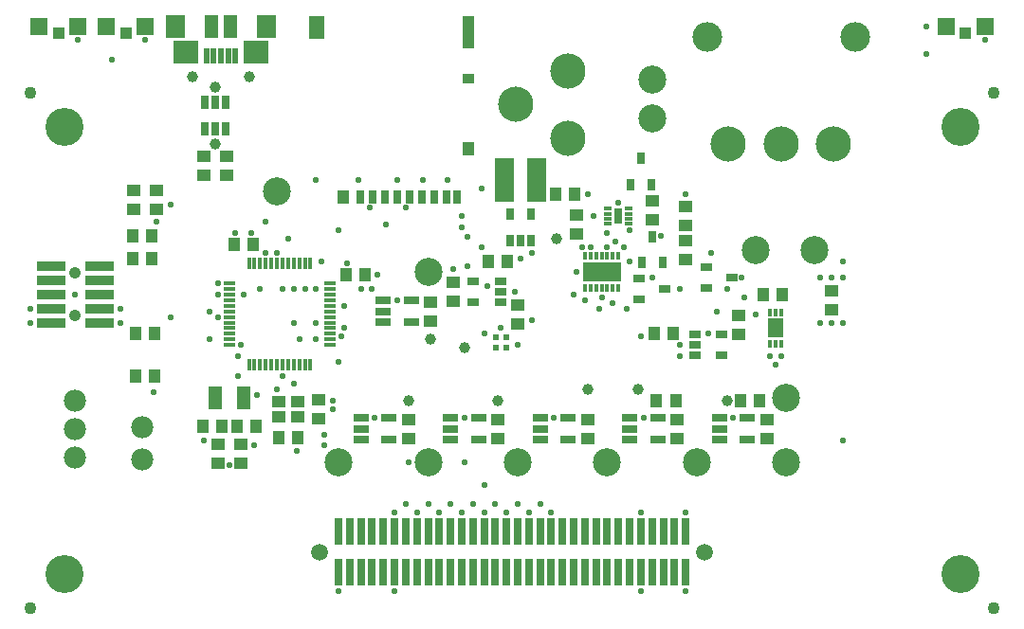
<source format=gts>
G75*
G70*
%OFA0B0*%
%FSLAX24Y24*%
%IPPOS*%
%LPD*%
%AMOC8*
5,1,8,0,0,1.08239X$1,22.5*
%
%ADD10R,0.0552X0.0257*%
%ADD11R,0.0119X0.0434*%
%ADD12R,0.0434X0.0119*%
%ADD13R,0.0473X0.0434*%
%ADD14R,0.0434X0.0473*%
%ADD15R,0.0631X0.0631*%
%ADD16R,0.0394X0.0394*%
%ADD17C,0.0780*%
%ADD18R,0.0473X0.0788*%
%ADD19R,0.0512X0.0434*%
%ADD20C,0.0985*%
%ADD21R,0.0197X0.0571*%
%ADD22R,0.0670X0.0788*%
%ADD23R,0.0867X0.0827*%
%ADD24R,0.0512X0.0788*%
%ADD25R,0.0316X0.0512*%
%ADD26R,0.0434X0.0512*%
%ADD27R,0.0434X0.0355*%
%ADD28R,0.0434X0.1142*%
%ADD29R,0.0552X0.0788*%
%ADD30C,0.0591*%
%ADD31R,0.0276X0.0946*%
%ADD32R,0.0316X0.0138*%
%ADD33R,0.0292X0.0579*%
%ADD34R,0.0138X0.0316*%
%ADD35R,0.1339X0.0709*%
%ADD36R,0.0434X0.0257*%
%ADD37R,0.0233X0.0233*%
%ADD38R,0.0257X0.0434*%
%ADD39R,0.0571X0.0690*%
%ADD40R,0.0276X0.0512*%
%ADD41R,0.1040X0.0340*%
%ADD42C,0.0410*%
%ADD43C,0.1339*%
%ADD44R,0.0670X0.1575*%
%ADD45C,0.1240*%
%ADD46C,0.1045*%
%ADD47C,0.0434*%
%ADD48C,0.0212*%
%ADD49C,0.0394*%
%ADD50C,0.0220*%
D10*
X012563Y006874D03*
X012563Y007248D03*
X012563Y007622D03*
X013547Y007622D03*
X013547Y006874D03*
X015712Y006874D03*
X015712Y007248D03*
X015712Y007622D03*
X016697Y007622D03*
X016697Y006874D03*
X018862Y006874D03*
X018862Y007248D03*
X018862Y007622D03*
X019846Y007622D03*
X019846Y006874D03*
X022012Y006874D03*
X022012Y007248D03*
X022012Y007622D03*
X022996Y007622D03*
X022996Y006874D03*
X025161Y006874D03*
X025161Y007248D03*
X025161Y007622D03*
X026146Y007622D03*
X026146Y006874D03*
X014334Y011008D03*
X014334Y011756D03*
X013350Y011756D03*
X013350Y011382D03*
X013350Y011008D03*
D11*
X010791Y009512D03*
X010594Y009512D03*
X010397Y009512D03*
X010201Y009512D03*
X010004Y009512D03*
X009807Y009512D03*
X009610Y009512D03*
X009413Y009512D03*
X009216Y009512D03*
X009020Y009512D03*
X008823Y009512D03*
X008626Y009512D03*
X008626Y013055D03*
X008823Y013055D03*
X009020Y013055D03*
X009216Y013055D03*
X009413Y013055D03*
X009610Y013055D03*
X009807Y013055D03*
X010004Y013055D03*
X010201Y013055D03*
X010397Y013055D03*
X010594Y013055D03*
X010791Y013055D03*
D12*
X011480Y012366D03*
X011480Y012169D03*
X011480Y011972D03*
X011480Y011775D03*
X011480Y011579D03*
X011480Y011382D03*
X011480Y011185D03*
X011480Y010988D03*
X011480Y010791D03*
X011480Y010594D03*
X011480Y010397D03*
X011480Y010201D03*
X007937Y010201D03*
X007937Y010397D03*
X007937Y010594D03*
X007937Y010791D03*
X007937Y010988D03*
X007937Y011185D03*
X007937Y011382D03*
X007937Y011579D03*
X007937Y011775D03*
X007937Y011972D03*
X007937Y012169D03*
X007937Y012366D03*
D13*
X005378Y014984D03*
X005378Y015653D03*
X004590Y015653D03*
X004590Y014984D03*
X007051Y016165D03*
X007838Y016165D03*
X007838Y016834D03*
X007051Y016834D03*
X015023Y011716D03*
X015811Y011736D03*
X015811Y012405D03*
X015023Y011047D03*
X018075Y010949D03*
X018075Y011618D03*
X020142Y014098D03*
X020142Y014768D03*
X022799Y014590D03*
X022799Y015260D03*
X023980Y015063D03*
X023980Y014394D03*
X023980Y013882D03*
X023980Y013212D03*
X025850Y011224D03*
X025850Y010555D03*
X029098Y011441D03*
X029098Y012110D03*
X026834Y007583D03*
X026834Y006913D03*
X023685Y006913D03*
X023685Y007583D03*
X020535Y007583D03*
X020535Y006913D03*
X017386Y006913D03*
X017386Y007583D03*
X014236Y007583D03*
X014236Y006913D03*
X011086Y007602D03*
X011086Y008271D03*
X008331Y006697D03*
X008331Y006027D03*
X007543Y006027D03*
X007543Y006697D03*
D14*
X007681Y007346D03*
X008193Y007346D03*
X008862Y007346D03*
X009669Y006953D03*
X010338Y006953D03*
X007012Y007346D03*
X005319Y009118D03*
X004649Y009118D03*
X004649Y010594D03*
X005319Y010594D03*
X005220Y013252D03*
X004551Y013252D03*
X004551Y014039D03*
X005220Y014039D03*
X008094Y013744D03*
X008764Y013744D03*
X012031Y012661D03*
X012701Y012661D03*
X017051Y013153D03*
X017720Y013153D03*
X019413Y015516D03*
X020083Y015516D03*
X026697Y011972D03*
X027366Y011972D03*
X023527Y010594D03*
X022858Y010594D03*
X022957Y008232D03*
X023626Y008232D03*
X025909Y008232D03*
X026579Y008232D03*
D15*
X033134Y021421D03*
X034512Y021421D03*
X004984Y021421D03*
X003606Y021421D03*
X002622Y021421D03*
X001244Y021421D03*
D16*
X001933Y021165D03*
X004295Y021165D03*
X033823Y021165D03*
D17*
X004886Y007318D03*
X004886Y006178D03*
X002523Y006232D03*
X002523Y007232D03*
X002523Y008232D03*
D18*
X007445Y008331D03*
X008429Y008331D03*
D19*
X009669Y008193D03*
X010338Y008193D03*
X010338Y007681D03*
X009669Y007681D03*
D20*
X011775Y006067D03*
X014925Y006067D03*
X018075Y006067D03*
X021224Y006067D03*
X024374Y006067D03*
X027523Y006067D03*
X027523Y008331D03*
X028508Y013547D03*
X026441Y013547D03*
X022799Y018173D03*
X022799Y019543D03*
X014925Y012760D03*
X009610Y015614D03*
D21*
X008153Y020368D03*
X007897Y020368D03*
X007642Y020368D03*
X007386Y020368D03*
X007130Y020368D03*
D22*
X006027Y021421D03*
X009256Y021421D03*
D23*
X008862Y020496D03*
X006421Y020496D03*
D24*
X007307Y021421D03*
X007976Y021421D03*
D25*
X012547Y015421D03*
X012980Y015421D03*
X013413Y015421D03*
X013846Y015421D03*
X014279Y015421D03*
X014712Y015421D03*
X015146Y015421D03*
X015579Y015421D03*
X015953Y015421D03*
D26*
X016327Y017114D03*
X011937Y015421D03*
D27*
X016327Y019555D03*
D28*
X016327Y021189D03*
D29*
X011012Y021366D03*
D30*
X011106Y002917D03*
X024649Y002917D03*
D31*
X023980Y002189D03*
X023586Y002189D03*
X023193Y002189D03*
X022799Y002189D03*
X022405Y002189D03*
X022012Y002189D03*
X021618Y002189D03*
X021224Y002189D03*
X020831Y002189D03*
X020437Y002189D03*
X020043Y002189D03*
X019649Y002189D03*
X019256Y002189D03*
X018862Y002189D03*
X018468Y002189D03*
X018075Y002189D03*
X017681Y002189D03*
X017287Y002189D03*
X016894Y002189D03*
X016500Y002189D03*
X016106Y002189D03*
X015712Y002189D03*
X015319Y002189D03*
X014925Y002189D03*
X014531Y002189D03*
X014138Y002189D03*
X013744Y002189D03*
X013350Y002189D03*
X012957Y002189D03*
X012563Y002189D03*
X012169Y002189D03*
X011775Y002189D03*
X011775Y003646D03*
X012169Y003646D03*
X012563Y003646D03*
X012957Y003646D03*
X013350Y003646D03*
X013744Y003646D03*
X014138Y003646D03*
X014531Y003646D03*
X014925Y003646D03*
X015319Y003646D03*
X015712Y003646D03*
X016106Y003646D03*
X016500Y003646D03*
X016894Y003646D03*
X017287Y003646D03*
X017681Y003646D03*
X018075Y003646D03*
X018468Y003646D03*
X018862Y003646D03*
X019256Y003646D03*
X019649Y003646D03*
X020043Y003646D03*
X020437Y003646D03*
X020831Y003646D03*
X021224Y003646D03*
X021618Y003646D03*
X022012Y003646D03*
X022405Y003646D03*
X022799Y003646D03*
X023193Y003646D03*
X023586Y003646D03*
X023980Y003646D03*
D32*
X021982Y014462D03*
X021982Y014640D03*
X021982Y014817D03*
X021982Y014994D03*
X021254Y014994D03*
X021254Y014817D03*
X021254Y014640D03*
X021254Y014462D03*
D33*
X021618Y014728D03*
D34*
X021618Y013331D03*
X021421Y013331D03*
X021224Y013331D03*
X021027Y013331D03*
X020831Y013331D03*
X020634Y013331D03*
X020437Y013331D03*
X020437Y012189D03*
X020634Y012189D03*
X020831Y012189D03*
X021027Y012189D03*
X021224Y012189D03*
X021421Y012189D03*
X021618Y012189D03*
X026933Y011352D03*
X027130Y011352D03*
X027327Y011352D03*
X027327Y010230D03*
X027130Y010230D03*
X026933Y010230D03*
D35*
X021027Y012760D03*
D36*
X022346Y012543D03*
X022346Y011795D03*
X023252Y012169D03*
X024709Y012189D03*
X025614Y012563D03*
X024709Y012937D03*
X024295Y010575D03*
X024295Y010201D03*
X024295Y009827D03*
X025240Y009827D03*
X025240Y010575D03*
X017464Y011697D03*
X017464Y012071D03*
X017464Y012445D03*
X016520Y012445D03*
X016520Y011697D03*
D37*
X017305Y010478D03*
X017305Y010120D03*
X017663Y010120D03*
X017663Y010478D03*
D38*
X022425Y013094D03*
X023173Y013094D03*
X022799Y014000D03*
X022779Y015850D03*
X022031Y015850D03*
X022405Y016756D03*
X018547Y014807D03*
X017799Y014807D03*
X017799Y013862D03*
X018173Y013862D03*
X018547Y013862D03*
D39*
X027130Y010791D03*
D40*
X007819Y017819D03*
X007445Y017819D03*
X007071Y017819D03*
X007071Y018724D03*
X007445Y018724D03*
X007819Y018724D03*
D41*
X003358Y012972D03*
X003358Y012472D03*
X003358Y011972D03*
X003358Y011472D03*
X003358Y010972D03*
X001688Y010972D03*
X001688Y011472D03*
X001688Y011972D03*
X001688Y012472D03*
X001688Y012972D03*
D42*
X002523Y012722D03*
X002523Y011222D03*
D43*
X002130Y017878D03*
X002130Y002130D03*
X033626Y002130D03*
X033626Y017878D03*
D44*
X018744Y016008D03*
X017602Y016008D03*
D45*
X019846Y017484D03*
X017996Y018665D03*
X019846Y019846D03*
X025476Y017275D03*
X027327Y017275D03*
X029177Y017275D03*
D46*
X029925Y021027D03*
X024728Y021027D03*
D47*
X000949Y000949D03*
X000949Y019059D03*
X034807Y019059D03*
X034807Y000949D03*
D48*
X025653Y007642D03*
X022504Y007642D03*
X019354Y007642D03*
X016205Y007642D03*
X013055Y007642D03*
X011579Y008232D03*
X009610Y008626D03*
X007248Y010397D03*
X004098Y010988D03*
X004098Y011480D03*
X008134Y014138D03*
X009216Y014531D03*
X009216Y013449D03*
X013842Y011775D03*
X016795Y013646D03*
X018173Y013252D03*
X020142Y012760D03*
X020732Y012957D03*
X020732Y012563D03*
X018567Y011086D03*
X022405Y010496D03*
X023783Y010201D03*
X024768Y010594D03*
X025063Y011382D03*
X026047Y011874D03*
X029098Y010988D03*
X029492Y013153D03*
X023980Y015516D03*
X021618Y015220D03*
X020535Y015516D03*
X016795Y015712D03*
X016106Y014728D03*
X014728Y016008D03*
X013842Y016008D03*
X003803Y020240D03*
X007937Y005968D03*
X013744Y004295D03*
X014925Y004590D03*
X016894Y004295D03*
X019256Y004295D03*
X022405Y004295D03*
X023980Y004295D03*
X023980Y001539D03*
X022405Y001539D03*
X013744Y001539D03*
X011775Y001539D03*
D49*
X014236Y008232D03*
X016205Y010102D03*
X015023Y010397D03*
X017386Y008232D03*
X020535Y008626D03*
X022307Y008626D03*
X025457Y008232D03*
X019453Y013941D03*
X008626Y019649D03*
X007445Y019256D03*
X006657Y019649D03*
X007445Y017287D03*
D50*
X005870Y015122D03*
X005378Y014531D03*
X007543Y012366D03*
X007543Y011972D03*
X007248Y011382D03*
X007543Y011185D03*
X008429Y011972D03*
X009020Y012169D03*
X009807Y012169D03*
X010201Y012169D03*
X010594Y012169D03*
X010988Y012169D03*
X011972Y011579D03*
X012563Y012169D03*
X012957Y012169D03*
X013153Y012661D03*
X012071Y013055D03*
X011185Y013153D03*
X010004Y013941D03*
X009610Y013449D03*
X008724Y014138D03*
X010988Y016008D03*
X012464Y016008D03*
X012858Y015023D03*
X013449Y014433D03*
X014138Y015023D03*
X015614Y016008D03*
X016106Y014334D03*
X016303Y014000D03*
X016303Y012957D03*
X015811Y012858D03*
X016992Y012268D03*
X017976Y012071D03*
X018567Y013449D03*
X020338Y013646D03*
X020634Y013646D03*
X021224Y013646D03*
X021520Y013842D03*
X021815Y013646D03*
X022012Y013153D03*
X022799Y012563D03*
X023783Y012169D03*
X025457Y012169D03*
X025945Y012563D03*
X024866Y013449D03*
X023094Y014039D03*
X022012Y014236D03*
X021224Y014138D03*
X020732Y014728D03*
X020043Y011972D03*
X020437Y011775D03*
X020929Y011480D03*
X021421Y011677D03*
X021027Y011874D03*
X021913Y011480D03*
X023783Y009807D03*
X026441Y011283D03*
X026933Y009807D03*
X027130Y009512D03*
X027327Y009807D03*
X028705Y010988D03*
X029492Y010988D03*
X029492Y012563D03*
X029098Y012563D03*
X028705Y012563D03*
X029492Y006854D03*
X018862Y004590D03*
X018468Y004295D03*
X018075Y004590D03*
X017681Y004295D03*
X017287Y004590D03*
X016500Y004590D03*
X016106Y004295D03*
X015712Y004590D03*
X015319Y004295D03*
X014531Y004295D03*
X014138Y004590D03*
X014236Y006067D03*
X016205Y006067D03*
X016894Y005279D03*
X011579Y007937D03*
X011283Y007051D03*
X011283Y006657D03*
X010299Y006460D03*
X008823Y006657D03*
X007051Y006854D03*
X005279Y008527D03*
X008232Y009118D03*
X008921Y008429D03*
X009807Y009118D03*
X010201Y008823D03*
X011775Y009610D03*
X011874Y010496D03*
X011972Y010791D03*
X010988Y010988D03*
X010988Y010397D03*
X010397Y010397D03*
X010201Y010988D03*
X008331Y010201D03*
X008232Y009807D03*
X005870Y011185D03*
X002523Y011972D03*
X000949Y011480D03*
X000949Y010988D03*
X011775Y014236D03*
X016894Y010594D03*
X017484Y010791D03*
X018075Y010201D03*
X032445Y020437D03*
X032445Y021421D03*
X034512Y020929D03*
X004984Y020929D03*
X002622Y020929D03*
M02*

</source>
